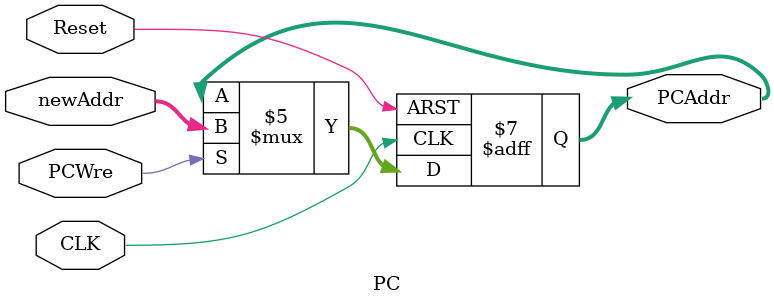
<source format=v>
`timescale 1ns / 1ps


module PC(
    input CLK, Reset, PCWre,
    input [31:0] newAddr,
    output reg [31:0] PCAddr
    );
    initial begin  
        PCAddr = 0;  
    end   
    always@(posedge CLK or negedge Reset) begin
        if(Reset==0) PCAddr = 0;
        else if(PCWre) PCAddr = newAddr;
    end
endmodule

</source>
